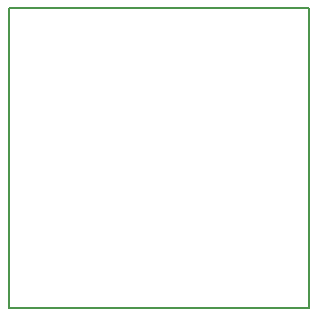
<source format=gbr>
%TF.GenerationSoftware,KiCad,Pcbnew,7.0.1*%
%TF.CreationDate,2023-04-05T13:19:19-06:00*%
%TF.ProjectId,solenoid_driver,736f6c65-6e6f-4696-945f-647269766572,rev?*%
%TF.SameCoordinates,Original*%
%TF.FileFunction,Profile,NP*%
%FSLAX46Y46*%
G04 Gerber Fmt 4.6, Leading zero omitted, Abs format (unit mm)*
G04 Created by KiCad (PCBNEW 7.0.1) date 2023-04-05 13:19:19*
%MOMM*%
%LPD*%
G01*
G04 APERTURE LIST*
%TA.AperFunction,Profile*%
%ADD10C,0.200000*%
%TD*%
G04 APERTURE END LIST*
D10*
X134620000Y-76200000D02*
X160020000Y-76200000D01*
X160020000Y-101600000D01*
X134620000Y-101600000D01*
X134620000Y-76200000D01*
M02*

</source>
